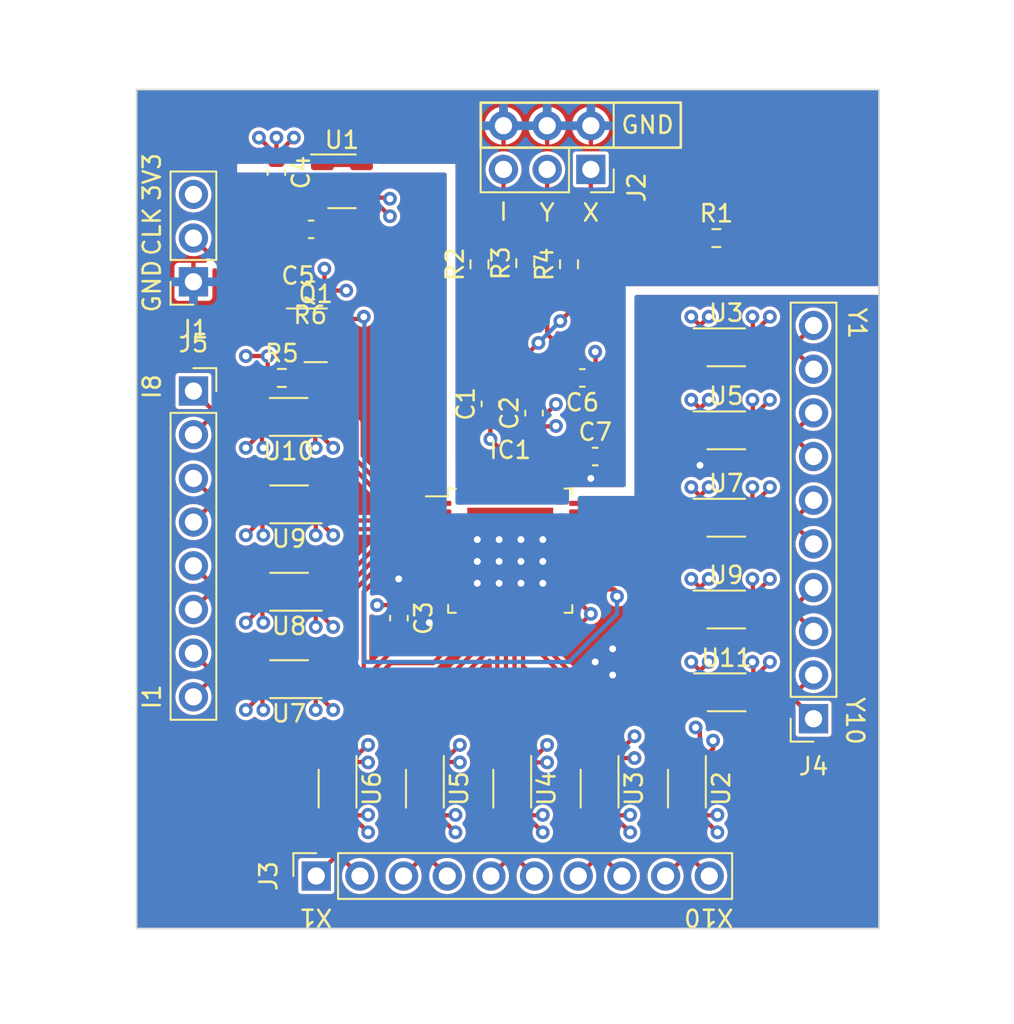
<source format=kicad_pcb>
(kicad_pcb (version 20211014) (generator pcbnew)
  (layers (0 "F.Cu" signal) (1 "In1.Cu" power) (2 "In2.Cu" power) (31 "B.Cu" signal) (34 "B.Paste" user) (35 "F.Paste" user) (36 "B.SilkS" user "B.Silkscreen") (37 "F.SilkS" user "F.Silkscreen") (38 "B.Mask" user) (39 "F.Mask" user) (44 "Edge.Cuts" user))
  (net 0 "")
  (net 1 "+3.3V")
  (net 2 "Net-(C5-Pad1)")
  (net 3 "Net-(C6-Pad2)")
  (net 4 "+1V8")
  (net 5 "Net-(C7-Pad1)")
  (net 6 "/B8")
  (net 7 "/B7")
  (net 8 "/B6")
  (net 9 "/B5")
  (net 10 "/B4")
  (net 11 "/B3")
  (net 12 "/B2")
  (net 13 "/B1")
  (net 14 "/R1")
  (net 15 "/R2")
  (net 16 "/R3")
  (net 17 "/R4")
  (net 18 "/R5")
  (net 19 "/R6")
  (net 20 "/R7")
  (net 21 "/R8")
  (net 22 "/R9")
  (net 23 "/R10")
  (net 24 "/CLK")
  (net 25 "/G10")
  (net 26 "/G9")
  (net 27 "/G8")
  (net 28 "/G7")
  (net 29 "/G6")
  (net 30 "/G5")
  (net 31 "/G4")
  (net 32 "/G3")
  (net 33 "/G2")
  (net 34 "/G1")
  (net 35 "/FSADJ")
  (net 36 "/out_y")
  (net 37 "/out_x")
  (net 38 "/out_i")
  (net 39 "/CLK_in")
  (net 40 "GND")
  (net 41 "/level_shifter_parallell1/level_shifter_2channel5/in2")
  (net 42 "/level_shifter_parallell1/level_shifter_2channel5/in1")
  (net 43 "/level_shifter_parallell1/level_shifter_2channel4/in2")
  (net 44 "/level_shifter_parallell1/level_shifter_2channel4/in1")
  (net 45 "/level_shifter_parallell1/level_shifter_2channel3/in2")
  (net 46 "/level_shifter_parallell1/level_shifter_2channel3/in1")
  (net 47 "/level_shifter_parallell1/level_shifter_2channel2/in2")
  (net 48 "/level_shifter_parallell1/level_shifter_2channel2/in1")
  (net 49 "/level_shifter_parallell1/level_shifter_2channel1/in2")
  (net 50 "/level_shifter_parallell1/level_shifter_2channel1/in1")
  (net 51 "/level_shifter_parallell8/level_shifter_2channel9/in2")
  (net 52 "/level_shifter_parallell8/level_shifter_2channel9/in1")
  (net 53 "/level_shifter_parallell8/level_shifter_2channel8/in2")
  (net 54 "/level_shifter_parallell8/level_shifter_2channel8/in1")
  (net 55 "/level_shifter_parallell8/level_shifter_2channel7/in2")
  (net 56 "/level_shifter_parallell8/level_shifter_2channel7/in1")
  (net 57 "/level_shifter_parallell8/level_shifter_2channel6/in2")
  (net 58 "/level_shifter_parallell8/level_shifter_2channel6/in1")
  (net 59 "/level_shifter_parallell_inv/level_shifter_2channel1/in1")
  (net 60 "/level_shifter_parallell_inv/level_shifter_2channel1/in2")
  (net 61 "/level_shifter_parallell_inv/level_shifter_2channel2/in1")
  (net 62 "/level_shifter_parallell_inv/level_shifter_2channel2/in2")
  (net 63 "/level_shifter_parallell_inv/level_shifter_2channel3/in1")
  (net 64 "/level_shifter_parallell_inv/level_shifter_2channel3/in2")
  (net 65 "/level_shifter_parallell_inv/level_shifter_2channel4/in1")
  (net 66 "/level_shifter_parallell_inv/level_shifter_2channel4/in2")
  (net 67 "/level_shifter_parallell_inv/level_shifter_2channel5/in1")
  (net 68 "/level_shifter_parallell_inv/level_shifter_2channel5/in2")
  (footprint "Package_SO:VSSOP-8_2.3x2mm_P0.5mm" (layer "F.Cu") (at 146.05 95.758)
    (fp_text reference "U5")
    (fp_text value "74LVC2T45DC")
  )
  (footprint "Resistor_SMD:R_0603_1608Metric" (layer "F.Cu") (at 145.479 84.582)
    (fp_text reference "R1")
    (fp_text value "2k")
  )
  (footprint "Capacitor_SMD:C_0603_1608Metric" (layer "F.Cu") (at 132.334 94.221 90)
    (fp_text reference "C1")
    (fp_text value "100n")
  )
  (footprint "Connector_PinSocket_2.54mm:PinSocket_1x10_P2.54mm_Vertical" (layer "F.Cu") (at 122.204 121.666 90)
    (fp_text reference "J3")
    (fp_text value "Conn_01x10_Female")
  )
  (footprint "Connector_PinSocket_2.54mm:PinSocket_1x03_P2.54mm_Vertical" (layer "F.Cu") (at 115.062 87.122 180)
    (fp_text reference "J1")
    (fp_text value "Conn_01x03_Female")
  )
  (footprint "Package_SO:VSSOP-8_2.3x2mm_P0.5mm" (layer "F.Cu") (at 146.076 110.986)
    (fp_text reference "U11")
    (fp_text value "74LVC2T45DC")
  )
  (footprint "Connector_PinSocket_2.54mm:PinSocket_2x03_P2.54mm_Vertical" (layer "F.Cu") (at 138.176 80.5888 -90)
    (fp_text reference "J2")
    (fp_text value "Conn_02x03_Odd_Even")
  )
  (footprint "Resistor_SMD:R_0603_1608Metric" (layer "F.Cu") (at 136.906 86.106 90)
    (fp_text reference "R4")
    (fp_text value "75")
  )
  (footprint "Package_TO_SOT_SMD:SOT-23" (layer "F.Cu") (at 122.174 90.233)
    (fp_text reference "Q1")
    (fp_text value "Q_NMOS_DGS")
  )
  (footprint "Capacitor_SMD:C_0603_1608Metric" (layer "F.Cu") (at 121.907 84.074 180)
    (fp_text reference "C5")
    (fp_text value "100n")
  )
  (footprint "Package_SO:VSSOP-8_2.3x2mm_P0.5mm" (layer "F.Cu") (at 143.764 116.586 -90)
    (fp_text reference "U2")
    (fp_text value "74LVC2T45DC")
  )
  (footprint "Resistor_SMD:R_0603_1608Metric" (layer "F.Cu") (at 121.857 87.63 180)
    (fp_text reference "R6")
    (fp_text value "10K")
  )
  (footprint "Connector_PinSocket_2.54mm:PinSocket_1x10_P2.54mm_Vertical" (layer "F.Cu") (at 151.13 112.522 180)
    (fp_text reference "J4")
    (fp_text value "Conn_01x10_Female")
  )
  (footprint "Package_SO:VSSOP-8_2.3x2mm_P0.5mm" (layer "F.Cu") (at 138.684 116.586 -90)
    (fp_text reference "U3")
    (fp_text value "74LVC2T45DC")
  )
  (footprint "Resistor_SMD:R_0603_1608Metric" (layer "F.Cu") (at 120.205 92.71)
    (fp_text reference "R5")
    (fp_text value "10K")
  )
  (footprint "Package_SO:VSSOP-8_2.3x2mm_P0.5mm" (layer "F.Cu") (at 120.625 110.221 180)
    (fp_text reference "U7")
    (fp_text value "74LVC2T45DC")
  )
  (footprint "Package_SO:VSSOP-8_2.3x2mm_P0.5mm" (layer "F.Cu") (at 146.05 106.172)
    (fp_text reference "U9")
    (fp_text value "74LVC2T45DC")
  )
  (footprint "Capacitor_SMD:C_0603_1608Metric" (layer "F.Cu") (at 138.43 97.282)
    (fp_text reference "C7")
    (fp_text value "100n")
  )
  (footprint "Resistor_SMD:R_0603_1608Metric" (layer "F.Cu") (at 131.699 86.106 90)
    (fp_text reference "R2")
    (fp_text value "75")
  )
  (footprint "Package_SO:VSSOP-8_2.3x2mm_P0.5mm" (layer "F.Cu") (at 146.05 100.838)
    (fp_text reference "U7")
    (fp_text value "74LVC2T45DC")
  )
  (footprint "Package_SO:VSSOP-8_2.3x2mm_P0.5mm" (layer "F.Cu") (at 120.625 100.061 180)
    (fp_text reference "U9")
    (fp_text value "74LVC2T45DC")
  )
  (footprint "Package_SO:VSSOP-8_2.3x2mm_P0.5mm" (layer "F.Cu") (at 123.444 116.586 -90)
    (fp_text reference "U6")
    (fp_text value "74LVC2T45DC")
  )
  (footprint "Package_SO:VSSOP-8_2.3x2mm_P0.5mm" (layer "F.Cu") (at 120.599 94.977 180)
    (fp_text reference "U10")
    (fp_text value "74LVC2T45DC")
  )
  (footprint "Package_SO:VSSOP-8_2.3x2mm_P0.5mm" (layer "F.Cu") (at 120.625 105.141 180)
    (fp_text reference "U8")
    (fp_text value "74LVC2T45DC")
  )
  (footprint "Capacitor_SMD:C_0603_1608Metric" (layer "F.Cu") (at 119.888 80.772 -90)
    (fp_text reference "C4")
    (fp_text value "4.7u")
  )
  (footprint "Package_SO:VSSOP-8_2.3x2mm_P0.5mm" (layer "F.Cu") (at 128.524 116.586 -90)
    (fp_text reference "U5")
    (fp_text value "74LVC2T45DC")
  )
  (footprint "Capacitor_SMD:C_0603_1608Metric" (layer "F.Cu") (at 127.013 106.68 -90)
    (fp_text reference "C3")
    (fp_text value "100n")
  )
  (footprint "Package_QFP:TQFP-48-1EP_7x7mm_P0.5mm_EP5x5mm" (layer "F.Cu") (at 133.487 102.753)
    (fp_text reference "IC1")
    (fp_text value "THS8135PHP")
  )
  (footprint "Package_SO:VSSOP-8_2.3x2mm_P0.5mm" (layer "F.Cu") (at 146.05 90.932)
    (fp_text reference "U3")
    (fp_text value "74LVC2T45DC")
  )
  (footprint "Capacitor_SMD:C_0603_1608Metric" (layer "F.Cu") (at 134.874 94.755 90)
    (fp_text reference "C2")
    (fp_text value "100n")
  )
  (footprint "Resistor_SMD:R_0603_1608Metric" (layer "F.Cu") (at 134.366 86.043 90)
    (fp_text reference "R3")
    (fp_text value "75")
  )
  (footprint "Package_SO:VSSOP-8_2.3x2mm_P0.5mm" (layer "F.Cu") (at 133.604 116.586 -90)
    (fp_text reference "U4")
    (fp_text value "74LVC2T45DC")
  )
  (footprint "Connector_PinSocket_2.54mm:PinSocket_1x08_P2.54mm_Vertical" (layer "F.Cu") (at 115.062 93.472)
    (fp_text reference "J5")
    (fp_text value "Conn_01x08_Female")
  )
  (footprint "Capacitor_SMD:C_0603_1608Metric" (layer "F.Cu") (at 137.681 92.71 180)
    (fp_text reference "C6")
    (fp_text value "100n")
  )
  (footprint "Package_TO_SOT_SMD:SOT-23-5" (layer "F.Cu") (at 123.698 81.28)
    (fp_text reference "U1")
    (fp_text value "LK112M18TR")
  )
  (gr_rect (start 131.7752 76.708) (end 143.4084 79.3242) (layer "F.SilkS") (width 0.15) (fill none))
  (gr_rect (start 111.76 75.946) (end 154.94 124.714) (layer "Edge.Cuts") (width 0.1) (fill none))
  (gr_text "Y10" (at 153.543 112.649 270) (layer "F.SilkS") (effects (font (size 1 1))))
  (gr_text "Y" (at 135.636 83.1088) (layer "F.SilkS") (effects (font (size 1 1))))
  (gr_text "X" (at 138.176 83.1088) (layer "F.SilkS") (effects (font (size 1 1))))
  (gr_text "3V3" (at 112.649 81.026 90) (layer "F.SilkS") (effects (font (size 1 1))))
  (gr_text "GND" (at 141.478 78.0034) (layer "F.SilkS") (effects (font (size 1 1))))
  (gr_text "CLK\n" (at 112.649 84.201 90) (layer "F.SilkS") (effects (font (size 1 1))))
  (gr_text "GND\n" (at 112.649 87.376 90) (layer "F.SilkS") (effects (font (size 1 1))))
  (gr_text "I8" (at 112.649 93.218 90) (layer "F.SilkS") (effects (font (size 1 1))))
  (gr_text "I" (at 133.096 83.058) (layer "F.SilkS") (effects (font (size 1 1))))
  (gr_text "X1" (at 122.174 124.079 180) (layer "F.SilkS") (effects (font (size 1 1))))
  (gr_text "X10" (at 145.034 124.079 180) (layer "F.SilkS") (effects (font (size 1 1))))
  (gr_text "Y1" (at 153.67 89.535 270) (layer "F.SilkS") (effects (font (size 1 1))))
  (gr_text "I1" (at 112.649 111.252 90) (layer "F.SilkS") (effects (font (size 1 1))))
  (segment (start 129.312 118.136) (end 130.302 119.126) (width 0.25) (layer "F.Cu") (net 1))
  (segment (start 147.6 90.144) (end 148.59 89.154) (width 0.25) (layer "F.Cu") (net 1))
  (segment (start 144.514 118.136) (end 144.552 118.136) (width 0.25) (layer "F.Cu") (net 1))
  (segment (start 144.514 118.136) (end 145.516 118.136) (width 0.25) (layer "F.Cu") (net 1))
  (segment (start 118.11 91.44) (end 119.38 91.44) (width 0.25) (layer "F.Cu") (net 1))
  (segment (start 148.59 99.06) (end 148.59 99.098) (width 0.25) (layer "F.Cu") (net 1))
  (segment (start 119.049 96.697) (end 119.126 96.774) (width 0.25) (layer "F.Cu") (net 1))
  (segment (start 144.552 118.136) (end 145.542 119.126) (width 0.25) (layer "F.Cu") (net 1))
  (segment (start 119.075 106.883) (end 119.126 106.934) (width 0.25) (layer "F.Cu") (net 1))
  (segment (start 148.59 99.098) (end 147.6 100.088) (width 0.25) (layer "F.Cu") (net 1))
  (segment (start 147.574 99.06) (end 147.574 100.062) (width 0.25) (layer "F.Cu") (net 1))
  (segment (start 119.075 110.971) (end 119.075 111.049) (width 0.25) (layer "F.Cu") (net 1))
  (segment (start 147.6 94.006) (end 147.574 93.98) (width 0.25) (layer "F.Cu") (net 1))
  (segment (start 119.075 101.803) (end 119.126 101.854) (width 0.25) (layer "F.Cu") (net 1))
  (segment (start 147.626 110.184) (end 148.59 109.22) (width 0.25) (layer "F.Cu") (net 1))
  (segment (start 134.354 118.136) (end 135.356 118.136) (width 0.25) (layer "F.Cu") (net 1))
  (segment (start 145.516 118.136) (end 145.542 118.11) (width 0.25) (layer "F.Cu") (net 1))
  (segment (start 147.6 95.008) (end 147.6 94.97) (width 0.25) (layer "F.Cu") (net 1))
  (segment (start 147.626 109.272) (end 147.574 109.22) (width 0.25) (layer "F.Cu") (net 1))
  (segment (start 119.888 79.756) (end 120.904 78.74) (width 0.25) (layer "F.Cu") (net 1))
  (segment (start 129.274 118.136) (end 130.276 118.136) (width 0.25) (layer "F.Cu") (net 1))
  (segment (start 119.38 91.44) (end 120.9795 91.44) (width 0.25) (layer "F.Cu") (net 1))
  (segment (start 119.049 95.835) (end 118.11 96.774) (width 0.25) (layer "F.Cu") (net 1))
  (segment (start 119.888 79.997) (end 119.888 78.74) (width 0.25) (layer "F.Cu") (net 1))
  (segment (start 119.888 79.997) (end 122.2275 79.997) (width 0.25) (layer "F.Cu") (net 1))
  (segment (start 122.5605 80.33) (end 124.8355 80.33) (width 0.25) (layer "F.Cu") (net 1))
  (segment (start 124.232 118.136) (end 125.222 119.126) (width 0.25) (layer "F.Cu") (net 1))
  (segment (start 147.626 110.236) (end 147.626 110.184) (width 0.25) (layer "F.Cu") (net 1))
  (segment (start 129.274 118.136) (end 129.312 118.136) (width 0.25) (layer "F.Cu") (net 1))
  (segment (start 132.334 96.266) (end 132.737 96.669) (width 0.25) (layer "F.Cu") (net 1))
  (segment (start 124.194 118.136) (end 125.196 118.136) (width 0.25) (layer "F.Cu") (net 1))
  (segment (start 147.6 104.42) (end 147.574 104.394) (width 0.25) (layer "F.Cu") (net 1))
  (segment (start 147.6 89.18) (end 147.574 89.154) (width 0.25) (layer "F.Cu") (net 1))
  (segment (start 139.434 118.136) (end 139.472 118.136) (width 0.25) (layer "F.Cu") (net 1))
  (segment (start 124.194 118.136) (end 124.232 118.136) (width 0.25) (layer "F.Cu") (net 1))
  (segment (start 119.888 79.997) (end 119.888 79.756) (width 0.25) (layer "F.Cu") (net 1))
  (segment (start 147.6 105.422) (end 147.6 104.42) (width 0.25) (layer "F.Cu") (net 1))
  (segment (start 119.075 110.971) (end 119.075 111.963) (width 0.25) (layer "F.Cu") (net 1))
  (segment (start 119.075 105.891) (end 119.075 105.969) (width 0.25) (layer "F.Cu") (net 1))
  (segment (start 147.6 105.384) (end 148.59 104.394) (width 0.25) (layer "F.Cu") (net 1))
  (segment (start 134.874 95.504) (end 136.144 94.234) (width 0.25) (layer "F.Cu") (net 1))
  (segment (start 136.118 95.53) (end 136.144 95.504) (width 0.25) (layer "F.Cu") (net 1))
  (segment (start 132.737 96.669) (end 132.737 98.5905) (width 0.25) (layer "F.Cu") (net 1))
  (segment (start 147.6 90.182) (end 147.6 90.144) (width 0.25) (layer "F.Cu") (net 1))
  (segment (start 147.6 105.422) (end 147.6 105.384) (width 0.25) (layer "F.Cu") (net 1))
  (segment (start 147.574 100.062) (end 147.6 100.088) (width 0.25) (layer "F.Cu") (net 1))
  (segment (start 134.874 95.53) (end 134.874 95.504) (width 0.25) (layer "F.Cu") (net 1))
  (segment (start 138.456 91.212) (end 138.43 91.186) (width 0.25) (layer "F.Cu") (net 1))
  (segment (start 134.874 95.53) (end 136.118 95.53) (width 0.25) (layer "F.Cu") (net 1))
  (segment (start 139.434 118.136) (end 140.436 118.136) (width 0.25) (layer "F.Cu") (net 1))
  (segment (start 135.356 118.136) (end 135.382 118.11) (width 0.25) (layer "F.Cu") (net 1))
  (segment (start 132.334 94.996) (end 132.334 96.266) (width 0.25) (layer "F.Cu") (net 1))
  (segment (start 119.049 95.727) (end 119.049 96.697) (width 0.25) (layer "F.Cu") (net 1))
  (segment (start 147.626 110.236) (end 147.626 109.272) (width 0.25) (layer "F.Cu") (net 1))
  (segment (start 134.392 118.136) (end 135.382 119.126) (width 0.25) (layer "F.Cu") (net 1))
  (segment (start 119.075 100.811) (end 119.075 100.889) (width 0.25) (layer "F.Cu") (net 1))
  (segment (start 119.888 79.997) (end 119.888 80.01) (width 0.25) (layer "F.Cu") (net 1))
  (segment (start 119.049 95.727) (end 119.049 95.835) (width 0.25) (layer "F.Cu") (net 1))
  (segment (start 138.456 92.71) (end 138.456 91.212) (width 0.25) (layer "F.Cu") (net 1))
  (segment (start 119.075 105.969) (end 118.11 106.934) (width 0.25) (layer "F.Cu") (net 1))
  (segment (start 130.276 118.136) (end 130.302 118.11) (width 0.25) (layer "F.Cu") (net 1))
  (segment (start 119.075 111.963) (end 119.126 112.014) (width 0.25) (layer "F.Cu") (net 1))
  (segment (start 119.888 80.01) (end 120.017 80.139) (width 0.25) (layer "F.Cu") (net 1))
  (segment (start 119.888 79.756) (end 118.872 78.74) (width 0.25) (layer "F.Cu") (net 1))
  (segment (start 147.6 95.008) (end 147.6 94.006) (width 0.25) (layer "F.Cu") (net 1))
  (segment (start 119.38 92.71) (end 119.38 91.44) (width 0.25) (layer "F.Cu") (net 1))
  (segment (start 134.874 95.53) (end 134.737 95.667) (width 0.25) (layer "F.Cu") (net 1))
  (segment (start 125.196 118.136) (end 125.222 118.11) (width 0.25) (layer "F.Cu") (net 1))
  (segment (start 147.6 94.97) (end 148.59 93.98) (width 0.25) (layer "F.Cu") (net 1))
  (segment (start 139.472 118.136) (end 140.462 119.126) (width 0.25) (layer "F.Cu") (net 1))
  (segment (start 134.737 95.667) (end 134.737 98.5905) (width 0.25) (layer "F.Cu") (net 1))
  (segment (start 134.354 118.136) (end 134.392 118.136) (width 0.25) (layer "F.Cu") (net 1))
  (segment (start 120.9795 91.44) (end 121.2365 91.183) (width 0.25) (layer "F.Cu") (net 1))
  (segment (start 147.6 90.182) (end 147.6 89.18) (width 0.25) (layer "F.Cu") (net 1))
  (segment (start 119.075 100.889) (end 118.11 101.854) (width 0.25) (layer "F.Cu") (net 1))
  (segment (start 119.075 111.049) (end 118.11 112.014) (width 0.25) (layer "F.Cu") (net 1))
  (segment (start 119.075 105.891) (end 119.075 106.883) (width 0.25) (layer "F.Cu") (net 1))
  (segment (start 140.436 118.136) (end 140.462 118.11) (width 0.25) (layer "F.Cu") (net 1))
  (segment (start 122.2275 79.997) (end 122.5605 80.33) (width 0.25) (layer "F.Cu") (net 1))
  (segment (start 119.075 100.811) (end 119.075 101.803) (width 0.25) (layer "F.Cu") (net 1))
  (via (at 135.382 119.126) (size 0.8) (drill 0.4) (layers "F.Cu" "B.Cu") (net 1))
  (via (at 119.38 91.44) (size 0.8) (drill 0.4) (layers "F.Cu" "B.Cu") (net 1))
  (via (at 147.574 109.22) (size 0.8) (drill 0.4) (layers "F.Cu" "B.Cu") (net 1))
  (via (at 130.302 119.126) (size 0.8) (drill 0.4) (layers "F.Cu" "B.Cu") (net 1))
  (via (at 147.574 104.394) (size 0.8) (drill 0.4) (layers "F.Cu" "B.Cu") (net 1))
  (via (at 140.462 118.11) (size 0.8) (drill 0.4) (layers "F.Cu" "B.Cu") (net 1))
  (via (at 119.126 96.774) (size 0.8) (drill 0.4) (layers "F.Cu" "B.Cu") (net 1))
  (via (at 147.574 89.154) (size 0.8) (drill 0.4) (layers "F.Cu" "B.Cu") (net 1))
  (via (at 119.888 78.74) (size 0.8) (drill 0.4) (layers "F.Cu" "B.Cu") (net 1))
  (via (at 130.302 118.11) (size 0.8) (drill 0.4) (layers "F.Cu" "B.Cu") (net 1))
  (via (at 145.542 118.11) (size 0.8) (drill 0.4) (layers "F.Cu" "B.Cu") (net 1))
  (via (at 118.872 78.74) (size 0.8) (drill 0.4) (layers "F.Cu" "B.Cu") (net 1))
  (via (at 148.59 99.06) (size 0.8) (drill 0.4) (layers "F.Cu" "B.Cu") (net 1))
  (via (at 119.126 106.934) (size 0.8) (drill 0.4) (layers "F.Cu" "B.Cu") (net 1))
  (via (at 148.59 109.22) (size 0.8) (drill 0.4) (layers "F.Cu" "B.Cu") (net 1))
  (via (at 118.11 96.774) (size 0.8) (drill 0.4) (layers "F.Cu" "B.Cu") (net 1))
  (via (at 118.11 112.014) (size 0.8) (drill 0.4) (layers "F.Cu" "B.Cu") (net 1))
  (via (at 120.904 78.74) (size 0.8) (drill 0.4) (layers "F.Cu" "B.Cu") (net 1))
  (via (at 135.382 118.11) (size 0.8) (drill 0.4) (layers "F.Cu" "B.Cu") (net 1))
  (via (at 148.59 104.394) (size 0.8) (drill 0.4) (layers "F.Cu" "B.Cu") (net 1))
  (via (at 136.144 94.234) (size 0.8) (drill 0.4) (layers "F.Cu" "B.Cu") (net 1))
  (via (at 140.462 119.126) (size 0.8) (drill 0.4) (layers "F.Cu" "B.Cu") (net 1))
  (via (at 136.144 95.504) (size 0.8) (drill 0.4) (layers "F.Cu" "B.Cu") (net 1))
  (via (at 147.574 99.06) (size 0.8) (drill 0.4) (layers "F.Cu" "B.Cu") (net 1))
  (via (at 125.222 118.11) (size 0.8) (drill 0.4) (layers "F.Cu" "B.Cu") (net 1))
  (via (at 138.43 91.186) (size 0.8) (drill 0.4) (layers "F.Cu" "B.Cu") (net 1))
  (via (at 147.574 93.98) (size 0.8) (drill 0.4) (layers "F.Cu" "B.Cu") (net 1))
  (via (at 119.126 101.854) (size 0.8) (drill 0.4) (layers "F.Cu" "B.Cu") (net 1))
  (via (at 118.11 101.854) (size 0.8) (drill 0.4) (layers "F.Cu" "B.Cu") (net 1))
  (via (at 125.222 119.126) (size 0.8) (drill 0.4) (layers "F.Cu" "B.Cu") (net 1))
  (via (at 118.11 106.934) (size 0.8) (drill 0.4) (layers "F.Cu" "B.Cu") (net 1))
  (via (at 148.59 93.98) (size 0.8) (drill 0.4) (layers "F.Cu" "B.Cu") (net 1))
  (via (at 119.126 112.014) (size 0.8) (drill 0.4) (layers "F.Cu" "B.Cu") (net 1))
  (via (at 118.11 91.44) (size 0.8) (drill 0.4) (layers "F.Cu" "B.Cu") (net 1))
  (via (at 148.59 89.154) (size 0.8) (drill 0.4) (layers "F.Cu" "B.Cu") (net 1))
  (via (at 132.334 96.266) (size 0.8) (drill 0.4) (layers "F.Cu" "B.Cu") (net 1))
  (via (at 145.542 119.126) (size 0.8) (drill 0.4) (layers "F.Cu" "B.Cu") (net 1))
  (segment (start 122.5605 82.23) (end 122.5605 83.9525) (width 0.25) (layer "F.Cu") (net 2))
  (segment (start 122.5605 83.9525) (end 122.682 84.074) (width 0.25) (layer "F.Cu") (net 2))
  (segment (start 135.237 98.5905) (end 135.237 97.650919) (width 0.25) (layer "F.Cu") (net 3))
  (segment (start 136.89096 93.22896) (end 136.88 93.218) (width 0.25) (layer "F.Cu") (net 3))
  (segment (start 136.89096 95.996959) (end 136.89096 93.22896) (width 0.25) (layer "F.Cu") (net 3))
  (segment (start 135.237 97.650919) (end 136.89096 95.996959) (width 0.25) (layer "F.Cu") (net 3))
  (segment (start 144.5 95.008) (end 144.5 94.462) (width 0.25) (layer "F.Cu") (net 4))
  (segment (start 134.38 115.062) (end 134.354 115.036) (width 0.25) (layer "F.Cu") (net 4))
  (segment (start 129.3245 105.003) (end 127.915 105.003) (width 0.25) (layer "F.Cu") (net 4))
  (segment (start 122.175 100.811) (end 122.175 100.839) (width 0.25) (layer "F.Cu") (net 4))
  (segment (start 144.526 110.236) (end 144.526 109.728) (width 0.25) (layer "F.Cu") (net 4))
  (segment (start 139.662 114.808) (end 139.434 115.036) (width 0.25) (layer "F.Cu") (net 4))
  (segment (start 122.682 87.63) (end 123.952 87.63) (width 0.25) (layer "F.Cu") (net 4))
  (segment (start 137.6495 105.503) (end 137.6495 105.8995) (width 0.25) (layer "F.Cu") (net 4))
  (segment (start 139.434 115.036) (end 139.434 114.82) (width 0.25) (layer "F.Cu") (net 4))
  (segment (start 144.5 104.876) (end 144.018 104.394) (width 0.25) (layer "F.Cu") (net 4))
  (segment (start 130.556 114.046) (end 129.566 115.036) (width 0.25) (layer "F.Cu") (net 4))
  (segment (start 144.514 113.55) (end 144.526 113.538) (width 0.25) (layer "F.Cu") (net 4))
  (segment (start 122.175 105.891) (end 122.175 106.173) (width 0.25) (layer "F.Cu") (net 4))
  (segment (start 134.646 115.036) (end 135.636 114.046) (width 0.25) (layer "F.Cu") (net 4))
  (segment (start 144.514 113.55) (end 144.514 113.272) (width 0.25) (layer "F.Cu") (net 4))
  (segment (start 144.5 105.422) (end 144.5 104.928) (width 0.25) (layer "F.Cu") (net 4))
  (segment (start 144.5 99.542) (end 144.018 99.06) (width 0.25) (layer "F.Cu") (net 4))
  (segment (start 144.526 109.728) (end 144.018 109.22) (width 0.25) (layer "F.Cu") (net 4))
  (segment (start 122.682 87.63) (end 122.682 86.36) (width 0.25) (layer "F.Cu") (net 4))
  (segment (start 144.5 100.088) (end 144.5 99.594) (width 0.25) (layer "F.Cu") (net 4))
  (segment (start 127 105.918) (end 127.013 105.905) (width 0.25) (layer "F.Cu") (net 4))
  (segment (start 127.915 105.003) (end 127.013 105.905) (width 0.25) (layer "F.Cu") (net 4))
  (segment (start 125.743 105.918) (end 127 105.918) (width 0.25) (layer "F.Cu") (net 4))
  (segment (start 125.184 114.046) (end 124.194 115.036) (width 0.25) (layer "F.Cu") (net 4))
  (segment (start 122.175 100.811) (end 122.175 101.853) (width 0.25) (layer "F.Cu") (net 4))
  (segment (start 144.526 109.728) (end 145.034 109.22) (width 0.25) (layer "F.Cu") (net 4))
  (segment (start 144.5 94.514) (end 145.034 93.98) (width 0.25) (layer "F.Cu") (net 4))
  (segment (start 122.175 101.853) (end 122.174 101.854) (width 0.25) (layer "F.Cu") (net 4))
  (segment (start 134.354 115.036) (end 134.646 115.036) (width 0.25) (layer "F.Cu") (net 4))
  (segment (start 122.149 95.727) (end 122.149 96.749) (width 0.25) (layer "F.Cu") (net 4))
  (segment (start 122.149 96.749) (end 122.174 96.774) (width 0.25) (layer "F.Cu") (net 4))
  (segment (start 125.41 82.23) (end 126.492 83.312) (width 0.25) (layer "F.Cu") (net 4))
  (segment (start 135.737 106.9155) (end 136.237 106.9155) (width 0.25) (layer "F.Cu") (net 4))
  (segment (start 130.53 115.036) (end 130.556 115.062) (width 0.25) (layer "F.Cu") (net 4))
  (segment (start 125.222 114.046) (end 125.184 114.046) (width 0.25) (layer "F.Cu") (net 4))
  (segment (start 144.5 89.688) (end 145.034 89.154) (width 0.25) (layer "F.Cu") (net 4))
  (segment (start 144.5 89.636) (end 144.018 89.154) (width 0.25) (layer "F.Cu") (net 4))
  (segment (start 144.5 105.422) (end 144.5 104.876) (width 0.25) (layer "F.Cu") (net 4))
  (segment (start 122.175 110.971) (end 122.175 112.013) (width 0.25) (layer "F.Cu") (net 4))
  (segment (start 125.196 115.036) (end 125.222 115.062) (width 0.25) (layer "F.Cu") (net 4))
  (segment (start 137.6865 106.9155) (end 138.176 106.426) (width 0.25) (layer "F.Cu") (net 4))
  (segment (start 145.288 113.792) (end 145.288 114.262) (width 0.25) (layer "F.Cu") (net 4))
  (segment (start 140.716 114.808) (end 139.662 114.808) (width 0.25) (layer "F.Cu") (net 4))
  (segment (start 122.175 106.173) (end 123.19 107.188) (width 0.25) (layer "F.Cu") (net 4))
  (segment (start 144.5 104.928) (end 145.034 104.394) (width 0.25) (layer "F.Cu") (net 4))
  (segment (start 129.566 115.036) (end 130.53 115.036) (width 0.25) (layer "F.Cu") (net 4))
  (segment (start 124.194 115.036) (end 125.196 115.036) (width 0.25) (layer "F.Cu") (net 4))
  (segment (start 144.514 115.036) (end 144.514 113.55) (width 0.25) (layer "F.Cu") (net 4))
  (segment (start 145.288 114.262) (end 144.514 115.036) (width 0.25) (layer "F.Cu") (net 4))
  (segment (start 136.237 106.9155) (end 137.6865 106.9155) (width 0.25) (layer "F.Cu") (net 4))
  (segment (start 122.175 107.187) (end 122.174 107.188) (width 0.25) (layer "F.Cu") (net 4))
  (segment (start 144.5 95.008) (end 144.5 94.514) (width 0.25) (layer "F.Cu") (net 4))
  (segment (start 122.175 110.999) (end 123.19 112.014) (width 0.25) (layer "F.Cu") (net 4))
  (segment (start 126.426 82.23) (end 126.492 82.296) (width 0.25) (layer "F.Cu") (net 4))
  (segment (start 124.8355 82.23) (end 126.426 82.23) (width 0.25) (layer "F.Cu") (net 4))
  (segment (start 129.274 115.036) (end 129.566 115.036) (width 0.25) (layer "F.Cu") (net 4))
  (segment (start 122.149 95.733) (end 123.19 96.774) (width 0.25) (layer "F.Cu") (net 4))
  (segment (start 122.175 100.839) (end 123.19 101.854) (width 0.25) (layer "F.Cu") (net 4))
  (segment (start 139.434 114.82) (end 140.716 113.538) (width 0.25) (layer "F.Cu") (net 4))
  (segment (start 124.8355 82.23) (end 125.41 82.23) (width 0.25) (layer "F.Cu") (net 4))
  (segment (start 122.149 95.727) (end 122.149 95.733) (width 0.25) (layer "F.Cu") (net 4))
  (segment (start 144.5 94.462) (end 144.018 93.98) (width 0.25) (layer "F.Cu") (net 4))
  (segment (start 144.5 100.088) (end 144.5 99.542) (width 0.25) (layer "F.Cu") (net 4))
  (segment (start 135.636 115.062) (end 134.38 115.062) (width 0.25) (layer "F.Cu") (net 4))
  (segment (start 122.175 110.971) (end 122.175 110.999) (width 0.25) (layer "F.Cu") (net 4))
  (segment (start 122.175 105.891) (end 122.175 107.187) (width 0.25) (layer "F.Cu") (net 4))
  (segment (start 144.514 113.272) (end 144.272 113.03) (width 0.25) (layer "F.Cu") (net 4))
  (segment (start 144.5 90.182) (end 144.5 89.688) (width 0.25) (layer "F.Cu") (net 4))
  (segment (start 137.6495 105.8995) (end 138.176 106.426) (width 0.25) (layer "F.Cu") (net 4))
  (segment (start 122.175 112.013) (end 122.174 112.014) (width 0.25) (layer "F.Cu") (net 4))
  (segment (start 144.5 99.594) (end 145.034 99.06) (width 0.25) (layer "F.Cu") (net 4))
  (segment (start 144.5 90.182) (end 144.5 89.636) (width 0.25) (layer "F.Cu") (net 4))
  (via (at 144.018 109.22) (size 0.8) (drill 0.4) (layers "F.Cu" "B.Cu") (net 4))
  (via (at 123.19 96.774) (size 0.8) (drill 0.4) (layers "F.Cu" "B.Cu") (net 4))
  (via (at 126.492 83.312) (size 0.8) (drill 0.4) (layers "F.Cu" "B.Cu") (net 4))
  (via (at 122.174 101.854) (size 0.8) (drill 0.4) (layers "F.Cu" "B.Cu") (net 4))
  (via (at 140.716 114.808) (size 0.8) (drill 0.4) (layers "F.Cu" "B.Cu") (net 4))
  (via (at 130.556 115.062) (size 0.8) (drill 0.4) (layers "F.Cu" "B.Cu") (net 4))
  (via (at 144.018 99.06) (size 0.8) (drill 0.4) (layers "F.Cu" "B.Cu") (net 4))
  (via (at 123.19 101.854) (size 0.8) (drill 0.4) (layers "F.Cu" "B.Cu") (net 4))
  (via (at 122.682 86.36) (size 0.8) (drill 0.4) (layers "F.Cu" "B.Cu") (net 4))
  (via (at 123.19 107.188) (size 0.8) (drill 0.4) (layers "F.Cu" "B.Cu") (net 4))
  (via (at 135.636 114.046) (size 0.8) (drill 0.4) (layers "F.Cu" "B.Cu") (net 4))
  (via (at 122.174 107.188) (size 0.8) (drill 0.4) (layers "F.Cu" "B.Cu") (net 4))
  (via (at 135.636 115.062) (size 0.8) (drill 0.4) (layers "F.Cu" "B.Cu") (net 4))
  (via (at 125.743 105.918) (size 0.8) (drill 0.4) (layers "F.Cu" "B.Cu") (net 4))
  (via (at 122.174 112.014) (size 0.8) (drill 0.4) (layers "F.Cu" "B.Cu") (net 4))
  (via (at 144.018 93.98) (size 0.8) (drill 0.4) (layers "F.Cu" "B.Cu") (net 4))
  (via (at 144.018 89.154) (size 0.8) (drill 0.4) (layers "F.Cu" "B.Cu") (net 4))
  (via (at 145.034 109.22) (size 0.8) (drill 0.4) (layers "F.Cu" "B.Cu") (net 4))
  (via (at 145.288 113.792) (size 0.8) (drill 0.4) (layers "F.Cu" "B.Cu") (net 4))
  (via (at 145.034 99.06) (size 0.8) (drill 0.4) (layers "F.Cu" "B.Cu") (net 4))
  (via (at 138.176 106.426) (size 0.8) (drill 0.4) (layers "F.Cu" "B.Cu") (net 4))
  (via (at 145.034 89.154) (size 0.8) (drill 0.4) (layers "F.Cu" "B.Cu") (net 4))
  (via (at 144.018 104.394) (size 0.8) (drill 0.4) (layers "F.Cu" "B.Cu") (net 4))
  (via (at 126.492 82.296) (size 0.8) (drill 0.4) (layers "F.Cu" "B.Cu") (net 4))
  (via (at 140.716 113.538) (size 0.8) (drill 0.4) (layers "F.Cu" "B.Cu") (net 4))
  (via (at 145.034 104.394) (size 0.8) (drill 0.4) (layers "F.Cu" "B.Cu") (net 4))
  (via (at 123.19 112.014) (size 0.8) (drill 0.4) (layers "F.Cu" "B.Cu") (net 4))
  (via (at 123.952 87.63) (size 0.8) (drill 0.4) (layers "F.Cu" "B.Cu") (net 4))
  (via (at 125.222 115.062) (size 0.8) (drill 0.4) (layers "F.Cu" "B.Cu") (net 4))
  (via (at 145.034 93.98) (size 0.8) (drill 0.4) (layers "F.Cu" "B.Cu") (net 4))
  (via (at 130.556 114.046) (size 0.8) (drill 0.4) (layers "F.Cu" "B.Cu") (net 4))
  (via (at 125.222 114.046) (size 0.8) (drill 0.4) (layers "F.Cu" "B.Cu") (net 4))
  (via (at 122.174 96.774) (size 0.8) (drill 0.4) (layers "F.Cu" "B.Cu") (net 4))
  (via (at 144.272 113.03) (size 0.8) (drill 0.4) (layers "F.Cu" "B.Cu") (net 4))
  (segment (start 136.3465 98.5905) (end 137.655 97.282) (width 0.25) (layer "F.Cu") (net 5))
  (segment (start 136.237 98.5905) (end 136.3465 98.5905) (width 0.25) (layer "F.Cu") (net 5))
  (segment (start 123.811396 94.727) (end 122.149 94.727) (width 0.25) (layer "F.Cu") (net 6))
  (segment (start 124.46 97.407604) (end 124.46 95.375604) (width 0.25) (layer "F.Cu") (net 6))
  (segment (start 124.46 95.375604) (end 123.811396 94.727) (width 0.25) (layer "F.Cu") (net 6))
  (segment (start 127.055396 100.003) (end 124.46 97.407604) (width 0.25) (layer "F.Cu") (net 6))
  (segment (start 129.3245 100.003) (end 127.055396 100.003) (width 0.25) (layer "F.Cu") (net 6))
  (segment (start 123.675 95.227) (end 122.149 95.227) (width 0.25) (layer "F.Cu") (net 7))
  (segment (start 129.3245 100.503) (end 126.919 100.503) (width 0.25) (layer "F.Cu") (net 7))
  (segment (start 126.919 100.503) (end 123.952 97.536) (width 0.25) (layer "F.Cu") (net 7))
  (segment (start 123.952 95.504) (end 123.675 95.227) (width 0.25) (layer "F.Cu") (net 7))
  (segment (start 123.952 97.536) (end 123.952 95.504) (width 0.25) (layer "F.Cu") (net 7))
  (segment (start 123.011396 99.811) (end 122.175 99.811) (width 0.25) (layer "F.Cu") (net 8))
  (segment (start 129.3245 101.003) (end 124.203396 101.003) (width 0.25) (layer "F.Cu") (net 8))
  (segment (start 124.203396 101.003) (end 123.011396 99.811) (width 0.25) (layer "F.Cu") (net 8))
  (segment (start 124.067 101.503) (end 122.875 100.311) (width 0.25) (layer "F.Cu") (net 9))
  (segment (start 122.875 100.311) (end 122.175 100.311) (width 0.25) (layer "F.Cu") (net 9))
  (segment (start 129.3245 101.503) (end 124.067 101.503) (width 0.25) (layer "F.Cu") (net 9))
  (segment (start 129.3245 102.003) (end 126.202507 102.003) (width 0.25) (layer "F.Cu") (net 10))
  (segment (start 123.314507 104.891) (end 122.175 104.891) (width 0.25) (layer "F.Cu") (net 10))
  (segment (start 126.202507 102.003) (end 123.314507 104.891) (width 0.25) (layer "F.Cu") (net 10))
  (segment (start 129.3245 102.503) (end 126.338903 102.503) (width 0.25) (layer "F.Cu") (net 11))
  (segment (start 123.463 105.391) (end 122.175 105.391) (width 0.25) (layer "F.Cu") (net 11))
  (segment (start 126.338903 102.503) (end 123.952 104.889903) (width 0.25) (layer "F.Cu") (net 11))
  (segment (start 123.952 104.902) (end 123.463 105.391) (width 0.25) (layer "F.Cu") (net 11))
  (segment (start 123.952 104.889903) (end 123.952 104.902) (width 0.25) (layer "F.Cu") (net 11))
  (segment (start 123.709 109.971) (end 122.175 109.971) (width 0.25) (layer "F.Cu") (net 12))
  (segment (start 126.475299 103.003) (end 124.46 105.018299) (width 0.25) (layer "F.Cu") (net 12))
  (segment (start 124.46 105.018299) (end 124.46 109.22) (width 0.25) (layer "F.Cu") (net 12))
  (segment (start 124.46 109.22) (end 123.709 109.971) (width 0.25) (layer "F.Cu") (net 12))
  (segment (start 129.3245 103.003) (end 126.475299 103.003) (width 0.25) (layer "F.Cu") (net 12))
  (segment (start 124.46 110.49) (end 124.441 110.471) (width 0.25) (layer "F.Cu") (net 13))
  (segment (start 124.441 110.471) (end 122.175 110.471) (width 0.25) (layer "F.Cu") (net 13))
  (segment (start 124.968 109.982) (end 124.46 110.49) (width 0.25) (layer "F.Cu") (net 13))
  (segment (start 126.611695 103.503) (end 124.968 105.146695) (width 0.25) (layer "F.Cu") (net 13))
  (segment (start 124.968 105.146695) (end 124.968 109.982) (width 0.25) (layer "F.Cu") (net 13))
  (segment (start 129.3245 103.503) (end 126.611695 103.503) (width 0.25) (layer "F.Cu") (net 13))
  (segment (start 126.492 108.712) (end 125.476 109.728) (width 0.25) (layer "F.Cu") (net 14))
  (segment (start 123.194 113.28) (end 123.194 115.036) (width 0.25) (layer "F.Cu") (net 14))
  (segment (start 130.737 106.9155) (end 128.9405 108.712) (width 0.25) (layer "F.Cu") (net 14))
  (segment (start 125.476 110.998) (end 123.194 113.28) (width 0.25) (layer "F.Cu") (net 14))
  (segment (start 128.9405 108.712) (end 126.492 108.712) (width 0.25) (layer "F.Cu") (net 14))
  (segment (start 125.476 109.728) (end 125.476 110.998) (width 0.25) (layer "F.Cu") (net 14))
  (segment (start 126.556198 109.284198) (end 129.004698 109.284198) (width 0.25) (layer "F.Cu") (net 15))
  (segment (start 123.694 113.416396) (end 125.926 111.184396) (width 0.25) (layer "F.Cu") (net 15))
  (segment (start 130.084896 108.204) (end 131.064 108.204) (width 0.25) (layer "F.Cu") (net 15))
  (segment (start 131.064 108.204) (end 131.237 108.031) (width 0.25) (layer "F.Cu") (net 15))
  (segment (start 123.694 115.036) (end 123.694 113.416396) (width 0.25) (layer "F.Cu") (net 15))
  (segment (start 131.237 108.031) (end 131.237 106.9155) (width 0.25) (layer "F.Cu") (net 15))
  (segment (start 125.926 111.184396) (end 125.926 109.914396) (width 0.25) (layer "F.Cu") (net 15))
  (segment (start 125.926 109.914396) (end 126.556198 109.284198) (width 0.25) (layer "F.Cu") (net 15))
  (segment (start 129.004698 109.284198) (end 130.084896 108.204) (width 0.25) (layer "F.Cu") (net 15))
  (segment (start 131.737 106.9155) (end 131.737 108.293) (width 0.25) (layer "F.Cu") (net 16))
  (segment (start 128.299 115.061) (end 128.274 115.036) (width 0.25) (layer "F.Cu") (net 16))
  (segment (start 128.249 111.781) (end 128.249 115.316) (width 0.25) (layer "F.Cu") (net 16))
  (segment (start 128.299 115.266) (end 128.299 115.061) (width 0.25) (layer "F.Cu") (net 16))
  (segment (start 131.737 108.293) (end 128.249 111.781) (width 0.25) (layer "F.Cu") (net 16))
  (segment (start 128.249 115.316) (end 128.299 115.266) (width 0.25) (layer "F.Cu") (net 16))
  (segment (start 128.774 112.018) (end 128.774 115.036) (width 0.25) (layer "F.Cu") (net 17))
  (segment (start 132.237 108.555) (end 128.774 112.018) (width 0.25) (layer "F.Cu") (net 17))
  (segment (start 132.237 106.9155) (end 132.237 108.555) (width 0.25) (layer "F.Cu") (net 17))
  (segment (start 133.354 114.336) (end 133.354 115.036) (width 0.25) (layer "F.Cu") (net 18))
  (segment (start 132.737 106.9155) (end 132.737 113.719) (width 0.25) (layer "F.Cu") (net 18))
  (segment (start 132.737 113.719) (end 133.354 114.336) (width 0.25) (layer "F.Cu") (net 18))
  (segment (start 133.237 113.425) (end 133.854 114.042) (width 0.25) (layer "F.Cu") (net 19))
  (segment (start 133.237 106.9155) (end 133.237 113.425) (width 0.25) (layer "F.Cu") (net 19))
  (segment (start 133.854 114.042) (end 133.854 115.036) (width 0.25) (layer "F.Cu") (net 19))
  (segment (start 133.737 109.607) (end 138.434 114.304) (width 0.25) (layer "F.Cu") (net 20))
  (segment (start 138.434 114.304) (end 138.434 115.036) (width 0.25) (layer "F.Cu") (net 20))
  (segment (start 133.737 106.9155) (end 133.737 109.607) (width 0.25) (layer "F.Cu") (net 20))
  (segment (start 134.237 109.470604) (end 138.934 114.167604) (width 0.25) (layer "F.Cu") (net 21))
  (segment (start 138.934 114.167604) (end 138.934 115.036) (width 0.25) (layer "F.Cu") (net 21))
  (segment (start 134.237 106.9155) (end 134.237 109.470604) (width 0.25) (layer "F.Cu") (net 21))
  (segment (start 139.063604 112.522) (end 141.732 112.522) (width 0.25) (layer "F.Cu") (net 22))
  (segment (start 134.737 108.195396) (end 139.063604 112.522) (width 0.25) (layer "F.Cu") (net 22))
  (segment (start 134.737 106.9155) (end 134.737 108.195396) (width 0.25) (layer "F.Cu") (net 22))
  (segment (start 143.514 114.304) (end 143.514 115.036) (width 0.25) (layer "F.Cu") (net 22))
  (segment (start 141.732 112.522) (end 143.514 114.304) (width 0.25) (layer "F.Cu") (net 22))
  (segment (start 139.192 112.014) (end 142.494 112.014) (width 0.25) (layer "F.Cu") (net 23))
  (segment (start 142.494 112.014) (end 143.256 112.776) (width 0.25) (layer "F.Cu") (net 23))
  (segment (start 135.237 106.9155) (end 135.237 108.059) (width 0.25) (layer "F.Cu") (net 23))
  (segment (start 144.014 114.042) (end 144.014 115.036) (width 0.25) (layer "F.Cu") (net 23))
  (segment (start 143.256 112.776) (end 143.256 113.284) (width 0.25) (layer "F.Cu") (net 23))
  (segment (start 135.237 108.059) (end 139.192 112.014) (width 0.25) (layer "F.Cu") (net 23))
  (segment (start 143.256 113.284) (end 144.014 114.042) (width 0.25) (layer "F.Cu") (net 23))
  (segment (start 139.7 105.156) (end 139.547 105.003) (width 0.25) (layer "F.Cu") (net 24))
  (segment (start 139.547 105.003) (end 137.6495 105.003) (width 0.25) (layer "F.Cu") (net 24))
  (segment (start 121.2365 89.283) (end 124.839 89.283) (width 0.25) (layer "F.Cu") (net 24))
  (segment (start 121.032 89.0785) (end 121.2365 89.283) (width 0.25) (layer "F.Cu") (net 24))
  (segment (start 121.032 87.63) (end 121.032 89.0785) (width 0.25) (layer "F.Cu") (net 24))
  (segment (start 124.839 89.283) (end 124.968 89.154) (width 0.25) (layer "F.Cu") (net 24))
  (via (at 124.968 89.154) (size 0.8) (drill 0.4) (layers "F.Cu" "B.Cu") (net 24))
  (via (at 139.7 105.41) (size 0.8) (drill 0.4) (layers "F.Cu" "B.Cu") (net 24))
  (segment (start 136.906 109.22) (end 139.7 106.426) (width 0.25) (layer "B.Cu") (net 24))
  (segment (start 124.968 89.154) (end 125.005 89.191) (width 0.25) (layer "B.Cu") (net 24))
  (segment (start 124.968 109.22) (end 136.906 109.22) (width 0.25) (layer "B.Cu") (net 24))
  (segment (start 139.7 106.426) (end 139.7 105.156) (width 0.25) (layer "B.Cu") (net 24))
  (segment (start 125.005 89.191) (end 125.005 109.183) (width 0.25) (layer "B.Cu") (net 24))
  (segment (start 125.005 109.183) (end 124.968 109.22) (width 0.25) (layer "B.Cu") (net 24))
  (segment (start 141.716 111.236) (end 144.526 111.236) (width 0.25) (layer "F.Cu") (net 25))
  (segment (start 137.6495 104.503) (end 139.818305 104.503) (width 0.25) (layer "F.Cu") (net 25))
  (segment (start 140.425 105.109695) (end 140.425 109.945) (width 0.25) (layer "F.Cu") (net 25))
  (segment (start 140.425 109.945) (end 141.716 111.236) (width 0.25) (layer "F.Cu") (net 25))
  (segment (start 139.818305 104.503) (end 140.425 105.109695) (width 0.25) (layer "F.Cu") (net 25))
  (segment (start 140.97 109.474) (end 142.232 110.736) (width 0.25) (layer "F.Cu") (net 26))
  (segment (start 140.97 105.018299) (end 140.97 109.474) (width 0.25) (layer "F.Cu") (net 26))
  (segment (start 137.6495 104.003) (end 139.954701 104.003) (width 0.25) (layer "F.Cu") (net 26))
  (segment (start 139.954701 104.003) (end 140.97 105.018299) (width 0.25) (layer "F.Cu") (net 26))
  (segment (start 142.232 110.736) (end 144.526 110.736) (width 0.25) (layer "F.Cu") (net 26))
  (segment (start 144.525 106.397) (end 144.5 106.422) (width 0.25) (layer "F.Cu") (net 27))
  (segment (start 140.091097 103.503) (end 143.035097 106.447) (width 0.25) (layer "F.Cu") (net 27))
  (segment (start 137.6495 103.503) (end 140.091097 103.503) (width 0.25) (layer "F.Cu") (net 27))
  (segment (start 144.73 106.397) (end 144.525 106.397) (width 0.25) (layer "F.Cu") (net 27))
  (segment (start 143.035097 106.447) (end 144.78 106.447) (width 0.25) (layer "F.Cu") (net 27))
  (segment (start 144.78 106.447) (end 144.73 106.397) (width 0.25) (layer "F.Cu") (net 27))
  (segment (start 143.146493 105.922) (end 144.5 105.922) (width 0.25) (layer "F.Cu") (net 28))
  (segment (start 137.6495 103.003) (end 140.227493 103.003) (width 0.25) (layer "F.Cu") (net 28))
  (segment (start 140.227493 103.003) (end 143.146493 105.922) (width 0.25) (layer "F.Cu") (net 28))
  (segment (start 142.099 102.503) (end 143.514 101.088) (width 0.25) (layer "F.Cu") (net 29))
  (segment (start 137.6495 102.503) (end 142.099 102.503) (width 0.25) (layer "F.Cu") (net 29))
  (segment (start 143.514 101.088) (end 144.5 101.088) (width 0.25) (layer "F.Cu") (net 29))
  (segment (start 141.962604 102.003) (end 143.377604 100.588) (width 0.25) (layer "F.Cu") (net 30))
  (segment (start 137.6495 102.003) (end 141.962604 102.003) (width 0.25) (layer "F.Cu") (net 30))
  (segment (start 143.377604 100.588) (end 144.5 100.588) (width 0.25) (layer "F.Cu") (net 30))
  (segment (start 143.256 100.073208) (end 141.826208 101.503) (width 0.25) (layer "F.Cu") (net 31))
  (segment (start 141.826208 101.503) (end 137.6495 101.503) (width 0.25) (layer "F.Cu") (net 31))
  (segment (start 143.256 96.552) (end 143.256 100.073208) (width 0.25) (layer "F.Cu") (net 31))
  (segment (start 144.5 96.008) (end 143.8 96.008) (width 0.25) (layer "F.Cu") (net 31))
  (segment (start 143.8 96.008) (end 143.256 96.552) (width 0.25) (layer "F.Cu") (net 31))
  (segment (start 141.689812 101.003) (end 142.806 99.886812) (width 0.25) (layer "F.Cu") (net 32))
  (segment (start 137.6495 101.003) (end 141.689812 101.003) (width 0.25) (layer "F.Cu") (net 32))
  (segment (start 143.506 95.508) (end 144.5 95.508) (width 0.25) (layer "F.Cu") (net 32))
  (segment (start 142.806 99.886812) (end 142.806 96.208) (width 0.25) (layer "F.Cu") (net 32))
  (segment (start 142.806 96.208) (end 143.506 95.508) (width 0.25) (layer "F.Cu") (net 32))
  (segment (start 142.24 99.816416) (end 141.503416 100.553) (width 0.25) (layer "F.Cu") (net 33))
  (segment (start 143.8 91.182) (end 142.24 92.742) (width 0.25) (layer "F.Cu") (net 33))
  (segment (start 142.24 92.742) (end 142.24 99.816416) (width 0.25) (layer "F.Cu") (net 33))
  (segment (start 137.668 100.528) (end 137.6495 100.5095) (width 0.25) (layer "F.Cu") (net 33))
  (segment (start 141.478 100.553) (end 141.453 100.528) (width 0.25) (layer "F.Cu") (net 33))
  (segment (start 141.503416 100.553) (end 141.478 100.553) (width 0.25) (layer "F.Cu") (net 33))
  (segment (start 141.453 100.528) (end 137.668 100.528) (width 0.25) (layer "F.Cu") (net 33))
  (segment (start 144.5 91.182) (end 143.8 91.182) (width 0.25) (layer "F.Cu") (net 33))
  (segment (start 137.6495 100.5095) (end 137.6495 100.503) (width 0.25) (layer "F.Cu") (net 33))
  (segment (start 143.663604 90.682) (end 144.5 90.682) (width 0.25) (layer "F.Cu") (net 34))
  (segment (start 141.53801 99.88201) (end 141.53801 92.807594) (width 0.25) (layer "F.Cu") (net 34))
  (segment (start 141.53801 92.807594) (end 143.663604 90.682) (width 0.25) (layer "F.Cu") (net 34))
  (segment (start 137.6495 100.003) (end 141.41702 100.003) (width 0.25) (layer "F.Cu") (net 34))
  (segment (start 141.41702 100.003) (end 141.53801 99.88201) (width 0.25) (layer "F.Cu") (net 34))
  (segment (start 137.766315 95.758) (end 139.7 95.758) (width 0.25) (layer "F.Cu") (net 35))
  (segment (start 139.7 85.598) (end 140.716 84.582) (width 0.25) (layer "F.Cu") (net 35))
  (segment (start 135.737 97.787315) (end 137.766315 95.758) (width 0.25) (layer "F.Cu") (net 35))
  (segment (start 139.7 95.758) (end 139.7 85.598) (width 0.25) (layer "F.Cu") (net 35))
  (segment (start 135.737 98.5905) (end 135.737 97.787315) (width 0.25) (layer "F.Cu") (net 35))
  (segment (start 140.716 84.582) (end 144.654 84.582) (width 0.25) (layer "F.Cu") (net 35))
  (segment (start 133.858 93.218) (end 133.858 97.408315) (width 0.25) (layer "F.Cu") (net 36))
  (segment (start 135.89 90.414695) (end 135.89 91.694) (width 0.25) (layer "F.Cu") (net 36))
  (segment (start 135.89 91.694) (end 134.874 92.71) (width 0.25) (layer "F.Cu") (net 36))
  (segment (start 135.636 90.160695) (end 135.636 88.011) (width 0.25) (layer "F.Cu") (net 36))
  (segment (start 134.237 97.787315) (end 134.237 98.5905) (width 0.25) (layer "F.Cu") (net 36))
  (segment (start 135.636 90.160695) (end 135.89 90.414695) (width 0.25) (layer "F.Cu") (net 36))
  (segment (start 134.874 92.71) (end 134.366 92.71) (width 0.25) (layer "F.Cu") (net 36))
  (segment (start 135.636 88.011) (end 135.636 80.5888) (width 0.25) (layer "F.Cu") (net 36))
  (segment (start 133.858 97.408315) (end 134.237 97.787315) (width 0.25) (layer "F.Cu") (net 36))
  (segment (start 135.509 88.011) (end 135.636 88.011) (width 0.25) (layer "F.Cu") (net 36))
  (segment (start 134.366 86.868) (end 135.509 88.011) (width 0.25) (layer "F.Cu") (net 36))
  (segment (start 134.366 92.71) (end 133.858 93.218) (width 0.25) (layer "F.Cu") (net 36))
  (segment (start 137.16 88.519) (end 137.2235 88.5825) (width 0.25) (layer "F.Cu") (net 37))
  (segment (start 137.16 88.646) (end 137.0965 88.7095) (width 0.25) (layer "F.Cu") (net 37))
  (segment (start 136.906 86.931) (end 137.16 87.185) (width 0.25) (layer "F.Cu") (net 37))
  (segment (start 133.35 92.456) (end 135.128 90.678) (width 0.25) (layer "F.Cu") (net 37))
  (segment (start 138.176 87.63) (end 137.2235 88.5825) (width 0.25) (layer "F.Cu") (net 37))
  (segment (start 133.237 98.5905) (end 133.237 92.569) (width 0.25) (layer "F.Cu") (net 37))
  (segment (start 137.16 88.519) (end 137.16 88.646) (width 0.25) (layer "F.Cu") (net 37))
  (segment (start 137.16 87.185) (end 137.16 88.519) (width 0.25) (layer "F.Cu") (net 37))
  (segment (start 136.398 89.408) (end 137.0965 88.7095) (width 0.25) (layer "F.Cu") (net 37))
  (segment (start 133.237 92.569) (end 133.35 92.456) (width 0.25) (layer "F.Cu") (net 37))
  (segment (start 137.0965 88.7095) (end 137.2235 88.5825) (width 0.25) (layer "F.Cu") (net 37))
  (segment (start 138.176 80.5888) (end 138.176 87.63) (width 0.25) (layer "F.Cu") (net 37))
  (via (at 136.398 89.408) (size 0.8) (drill 0.4) (layers "F.Cu" "B.Cu") (net 37))
  (via (at 135.128 90.678) (size 0.8) (drill 0.4) (layers "F.Cu" "B.Cu") (net 37))
  (segment (start 135.128 90.678) (end 136.398 89.408) (width 0.25) (layer "B.Cu") (net 37))
  (segment (start 133.096 88.392) (end 133.096 80.5888) (width 0.25) (layer "F.Cu") (net 38))
  (segment (start 131.699 86.995) (end 133.096 88.392) (width 0.25) (layer "F.Cu") (net 38))
  (segment (start 131.064 92.71) (end 131.064 96.266) (width 0.25) (layer "F.Cu") (net 38))
  (segment (start 131.699 86.931) (end 131.699 86.995) (width 0.25) (layer "F.Cu") (net 38))
  (segment (start 133.096 88.392) (end 133.096 90.678) (width 0.25) (layer "F.Cu") (net 38))
  (segment (start 131.064 96.266) (end 132.237 97.439) (width 0.25) (layer "F.Cu") (net 38))
  (segment (start 133.096 90.678) (end 131.064 92.71) (width 0.25) (layer "F.Cu") (net 38))
  (segment (start 132.237 97.439) (end 132.237 98.5905) (width 0.25) (layer "F.Cu") (net 38))
  (segment (start 121.118751 92.71) (end 121.03 92.71) (width 0.25) (layer "F.Cu") (net 39))
  (segment (start 123.1115 90.717251) (end 121.118751 92.71) (width 0.25) (layer "F.Cu") (net 39))
  (segment (start 118.872 89.662) (end 119.443 90.233) (width 0.25) (layer "F.Cu") (net 39))
  (segment (start 123.1115 90.233) (end 123.1115 90.717251) (width 0.25) (layer "F.Cu") (net 39))
  (segment (start 119.443 90.233) (end 123.1115 90.233) (width 0.25) (layer "F.Cu") (net 39))
  (segment (start 118.872 88.392) (end 118.872 89.662) (width 0.25) (layer "F.Cu") (net 39))
  (segment (start 115.062 84.582) (end 118.872 88.392) (width 0.25) (layer "F.Cu") (net 39))
  (via (at 132.842 102.108) (size 0.8) (drill 0.4) (layers "F.Cu" "B.Cu") (net 40))
  (via (at 135.382 104.648) (size 0.8) (drill 0.4) (layers "F.Cu" "B.Cu") (net 40))
  (via (at 135.382 103.378) (size 0.8) (drill 0.4) (layers "F.Cu" "B.Cu") (net 40))
  (via (at 128.778 106.934) (size 0.8) (drill 0.4) (layers "F.Cu" "B.Cu") (net 40))
  (via (at 134.112 104.648) (size 0.8) (drill 0.4) (layers "F.Cu" "B.Cu") (net 40))
  (via (at 139.446 109.982) (size 0.8) (drill 0.4) (layers "F.Cu" "B.Cu") (net 40))
  (via (at 135.382 102.108) (size 0.8) (drill 0.4) (layers "F.Cu" "B.Cu") (net 40))
  (via (at 138.176 98.552) (size 0.8) (drill 0.4) (layers "F.Cu" "B.Cu") (net 40))
  (via (at 144.526 97.79) (size 0.8) (drill 0.4) (layers "F.Cu" "B.Cu") (net 40))
  (via (at 131.572 102.108) (size 0.8) (drill 0.4) (layers "F.Cu" "B.Cu") (net 40))
  (via (at 132.842 104.648) (size 0.8) (drill 0.4) (layers "F.Cu" "B.Cu") (net 40))
  (via (at 134.112 102.108) (size 0.8) (drill 0.4) (layers "F.Cu" "B.Cu") (net 40))
  (via (at 138.43 109.22) (size 0.8) (drill 0.4) (layers "F.Cu" "B.Cu") (net 40))
  (via (at 132.842 103.378) (size 0.8) (drill 0.4) (layers "F.Cu" "B.Cu") (net 40))
  (via (at 131.572 104.648) (size 0.8) (drill 0.4) (layers "F.Cu" "B.Cu") (net 40))
  (via (at 131.572 103.378) (size 0.8) (drill 0.4) (layers "F.Cu" "B.Cu") (net 40))
  (via (at 127 104.394) (size 0.8) (drill 0.4) (layers "F.Cu" "B.Cu") (net 40))
  (via (at 139.446 108.458) (size 0.8) (drill 0.4) (layers "F.Cu" "B.Cu") (net 40))
  (via (at 134.112 103.378) (size 0.8) (drill 0.4) (layers "F.Cu" "B.Cu") (net 40))
  (segment (start 149.844 111.236) (end 151.13 112.522) (width 0.25) (layer "F.Cu") (net 41))
  (segment (start 147.626 111.236) (end 149.844 111.236) (width 0.25) (layer "F.Cu") (net 41))
  (segment (start 150.376 110.736) (end 147.626 110.736) (width 0.25) (layer "F.Cu") (net 42))
  (segment (start 151.13 109.982) (end 150.376 110.736) (width 0.25) (layer "F.Cu") (net 42))
  (segment (start 150.11 106.422) (end 147.6 106.422) (width 0.25) (layer "F.Cu") (net 43))
  (segment (start 151.13 107.442) (end 150.11 106.422) (width 0.25) (layer "F.Cu") (net 43))
  (segment (start 151.13 104.902) (end 150.11 105.922) (width 0.25) (layer "F.Cu") (net 44))
  (segment (start 150.11 105.922) (end 147.6 105.922) (width 0.25) (layer "F.Cu") (net 44))
  (segment (start 151.13 102.362) (end 149.856 101.088) (width 0.25) (layer "F.Cu") (net 45))
  (segment (start 149.856 101.088) (end 147.6 101.088) (width 0.25) (layer "F.Cu") (net 45))
  (segment (start 150.364 100.588) (end 147.6 100.588) (width 0.25) (layer "F.Cu") (net 46))
  (segment (start 151.13 99.822) (end 150.364 100.588) (width 0.25) (layer "F.Cu") (net 46))
  (segment (start 149.856 96.008) (end 147.6 96.008) (width 0.25) (layer "F.Cu") (net 47))
  (segment (start 151.13 97.282) (end 149.856 96.008) (width 0.25) (layer "F.Cu") (net 47))
  (segment (start 149.881 96.033) (end 149.373 96.033) (width 0.25) (layer "F.Cu") (net 47))
  (segment (start 151.13 97.282) (end 149.881 96.033) (width 0.25) (layer "F.Cu") (net 47))
  (segment (start 151.13 94.742) (end 150.364 95.508) (width 0.25) (layer "F.Cu") (net 48))
  (segment (start 150.364 95.508) (end 147.6 95.508) (width 0.25) (layer "F.Cu") (net 48))
  (segment (start 151.13 92.202) (end 150.11 91.182) (width 0.25) (layer "F.Cu") (net 49))
  (segment (start 150.11 91.182) (end 147.6 91.182) (width 0.25) (layer "F.Cu") (net 49))
  (segment (start 150.11 90.682) (end 147.6 90.682) (width 0.25) (layer "F.Cu") (net 50))
  (segment (start 151.13 89.662) (end 150.11 90.682) (width 0.25) (layer "F.Cu") (net 50))
  (segment (start 115.062 93.472) (end 116.317 94.727) (width 0.25) (layer "F.Cu") (net 51))
  (segment (start 116.317 94.727) (end 119.049 94.727) (width 0.25) (layer "F.Cu") (net 51))
  (segment (start 119.049 95.227) (end 115.847 95.227) (width 0.25) (layer "F.Cu") (net 52))
  (segment (start 115.847 95.227) (end 115.062 96.012) (width 0.25) (layer "F.Cu") (net 52))
  (segment (start 115.062 98.552) (end 116.321 99.811) (width 0.25) (layer "F.Cu") (net 53))
  (segment (start 116.321 99.811) (end 119.075 99.811) (width 0.25) (layer "F.Cu") (net 53))
  (segment (start 115.843 100.311) (end 115.062 101.092) (width 0.25) (layer "F.Cu") (net 54))
  (segment (start 119.075 100.311) (end 115.843 100.311) (width 0.25) (layer "F.Cu") (net 54))
  (segment (start 119.075 104.891) (end 116.321 104.891) (width 0.25) (layer "F.Cu") (net 55))
  (segment (start 116.321 104.891) (end 115.062 103.632) (width 0.25) (layer "F.Cu") (net 55))
  (segment (start 115.843 105.391) (end 119.075 105.391) (width 0.25) (layer "F.Cu") (net 56))
  (segment (start 115.062 106.172) (end 115.843 105.391) (width 0.25) (layer "F.Cu") (net 56))
  (segment (start 116.321 109.971) (end 115.062 108.712) (width 0.25) (layer "F.Cu") (net 57))
  (segment (start 119.075 109.971) (end 116.321 109.971) (width 0.25) (layer "F.Cu") (net 57))
  (segment (start 115.062 111.252) (end 115.843 110.471) (width 0.25) (layer "F.Cu") (net 58))
  (segment (start 115.843 110.471) (end 119.075 110.471) (width 0.25) (layer "F.Cu") (net 58))
  (segment (start 144.014 118.136) (end 144.014 120.616) (width 0.25) (layer "F.Cu") (net 59))
  (segment (start 144.014 120.616) (end 145.064 121.666) (width 0.25) (layer "F.Cu") (net 59))
  (segment (start 143.514 118.136) (end 143.514 120.676) (width 0.25) (layer "F.Cu") (net 60))
  (segment (start 143.514 120.676) (end 142.524 121.666) (width 0.25) (layer "F.Cu") (net 60))
  (segment (start 138.934 118.136) (end 138.934 120.616) (width 0.25) (layer "F.Cu") (net 61))
  (segment (start 138.934 120.616) (end 139.984 121.666) (width 0.25) (layer "F.Cu") (net 61))
  (segment (start 138.434 120.676) (end 137.444 121.666) (width 0.25) (layer "F.Cu") (net 62))
  (segment (start 138.434 118.136) (end 138.434 120.676) (width 0.25) (layer "F.Cu") (net 62))
  (segment (start 133.854 120.616) (end 134.904 121.666) (width 0.25) (layer "F.Cu") (net 63))
  (segment (start 133.854 118.136) (end 133.854 120.616) (width 0.25) (layer "F.Cu") (net 63))
  (segment (start 133.379 120.651) (end 132.364 121.666) (width 0.25) (layer "F.Cu") (net 64))
  (segment (start 133.354 118.136) (end 133.376 118.136) (width 0.25) (layer "F.Cu") (net 64))
  (segment (start 133.376 118.136) (end 133.379 118.139) (width 0.25) (layer "F.Cu") (net 64))
  (segment (start 133.379 118.139) (end 133.379 120.651) (width 0.25) (layer "F.Cu") (net 64))
  (segment (start 128.774 120.616) (end 129.824 121.666) (width 0.25) (layer "F.Cu") (net 65))
  (segment (start 128.774 118.136) (end 128.774 120.616) (width 0.25) (layer "F.Cu") (net 65))
  (segment (start 128.274 118.136) (end 128.274 120.676) (width 0.25) (layer "F.Cu") (net 66))
  (segment (start 128.274 120.676) (end 127.284 121.666) (width 0.25) (layer "F.Cu") (net 66))
  (segment (start 123.694 118.136) (end 123.694 120.616) (width 0.25) (layer "F.Cu") (net 67))
  (segment (start 123.694 120.616) (end 124.744 121.666) (width 0.25) (layer "F.Cu") (net 67))
  (segment (start 123.194 120.676) (end 122.204 121.666) (width 0.25) (layer "F.Cu") (net 68))
  (segment (start 123.194 118.136) (end 123.194 120.676) (width 0.25) (layer "F.Cu") (net 68))
  (zone (net 0) (net_name "") (layer "F.Cu") (connect_pads (clearance 0)) (min_thickness 0.254)
    (keepout (tracks not_allowed) (vias not_allowed) (pads not_allowed) (copperpour not_allowed) (footprints allowed))
    (fill (thermal_gap 0.508) (thermal_bridge_width 0.508))
    (polygon (pts (xy 154.94 87.884) (xy 140.716 87.884) (xy 140.716 87.376) (xy 154.94 87.376)))
  )
  (zone (net 0) (net_name "") (layer "F.Cu") (connect_pads (clearance 0)) (min_thickness 0.254)
    (keepout (tracks allowed) (vias allowed) (pads allowed) (copperpour not_allowed) (footprints allowed))
    (fill (thermal_gap 0.508) (thermal_bridge_width 0.508))
    (polygon (pts (xy 130.302 100.076) (xy 136.906 100.076) (xy 136.906 100.584) (xy 129.794 100.584) (xy 129.794 86.106) (xy 130.302 86.106)))
  )
  (zone (net 0) (net_name "") (layer "F.Cu") (connect_pads (clearance 0)) (min_thickness 0.254)
    (keepout (tracks allowed) (vias not_allowed) (pads allowed) (copperpour not_allowed) (footprints allowed))
    (fill (thermal_gap 0.508) (thermal_bridge_width 0.508))
    (polygon (pts (xy 130.302 86.106) (xy 129.794 86.106) (xy 129.794 80.772) (xy 117.602 80.772) (xy 117.602 80.264) (xy 130.302 80.264)))
  )
  (zone (net 0) (net_name "") (layer "F.Cu") (connect_pads (clearance 0)) (min_thickness 0.254)
    (keepout (tracks allowed) (vias allowed) (pads allowed) (copperpour not_allowed) (footprints allowed))
    (fill (thermal_gap 0.508) (thermal_bridge_width 0.508))
    (polygon (pts (xy 140.716 99.568) (xy 137.414 99.568) (xy 137.414 100.584) (xy 136.906 100.584) (xy 136.906 99.06) (xy 140.208 99.06) (xy 140.208 87.376) (xy 140.716 87.376)))
  )
  (zone (net 40) (net_name "GND") (layer "F.Cu") (connect_pads (clearance 0)) (min_thickness 0.254) (fill yes (thermal_gap 0.254) (thermal_bridge_width 0.254))
    (polygon (pts (xy 162.814 128.27) (xy 109.22 130.302) (xy 107.188 73.66) (xy 162.814 73.406)))
  )
  (zone (net 40) (net_name "GND") (layer "B.Cu") (connect_pads (clearance 0)) (min_thickness 0.254) (fill yes (thermal_gap 0.508) (thermal_bridge_width 0.508))
    (polygon (pts (xy 158.496 126.492) (xy 108.712 127) (xy 110.236 75.184) (xy 160.02 75.184)))
  )
  (zone (net 0) (net_name "") (layer "B.Cu") (connect_pads (clearance 0)) (min_thickness 0.254)
    (keepout (tracks not_allowed) (vias not_allowed) (pads not_allowed) (copperpour not_allowed) (footprints allowed))
    (fill (thermal_gap 0.508) (thermal_bridge_width 0.508))
    (polygon (pts (xy 130.302 100.076) (xy 136.906 100.076) (xy 136.906 99.06) (xy 140.208 99.06) (xy 140.208 87.376) (xy 154.94 87.376) (xy 154.94 87.884) (xy 140.716 87.884) (xy 140.716 99.568) (xy 137.414 99.568) (xy 137.414 100.584) (xy 129.794 100.584) (xy 129.794 80.772) (xy 117.602 80.772) (xy 117.602 80.264) (xy 130.302 80.264)))
  )
)
</source>
